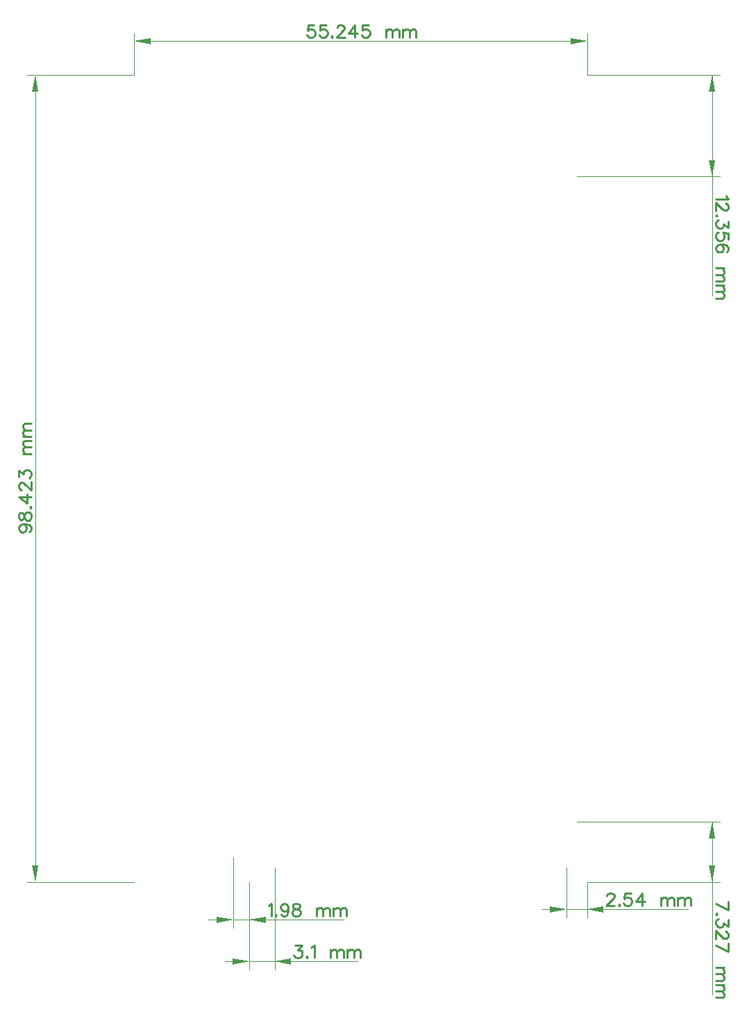
<source format=gbr>
G04 DipTrace 4.3.0.5*
G04 TopDimension.gbr*
%MOMM*%
G04 #@! TF.FileFunction,Drawing,Top*
G04 #@! TF.Part,Single*
%ADD15C,0.035*%
%ADD48C,0.23529*%
%FSLAX35Y35*%
G04*
G71*
G90*
G75*
G01*
G04 TopDimension*
%LPD*%
X-1714500Y9667700D2*
D15*
Y10183127D1*
X3810000Y9667700D2*
Y10183127D1*
X1047750Y10083127D2*
X-1514500D1*
G36*
X-1714500D2*
X-1514500Y10123127D1*
Y10043127D1*
X-1714500Y10083127D1*
G37*
X1047750D2*
D15*
X3610000D1*
G36*
X3810000D2*
X3610000Y10043127D1*
Y10123127D1*
X3810000Y10083127D1*
G37*
X3683000Y8432127D2*
D15*
X5434000D1*
X3810000Y9667700D2*
X5434000D1*
X5334000Y9049913D2*
Y8632127D1*
G36*
Y8432127D2*
X5294000Y8632127D1*
X5374000D1*
X5334000Y8432127D1*
G37*
Y9049913D2*
D15*
Y9467700D1*
G36*
Y9667700D2*
X5374000Y9467700D1*
X5294000D1*
X5334000Y9667700D1*
G37*
Y6981341D2*
D15*
Y9667700D1*
X3810000Y-174600D2*
Y-608000D1*
X3556000Y0D2*
Y-608000D1*
Y-508000D2*
X3810000D1*
X3256000D2*
X3356000D1*
G36*
X3556000D2*
X3356000Y-548000D1*
Y-468000D1*
X3556000Y-508000D1*
G37*
X4110000D2*
D15*
X4010000D1*
G36*
X3810000D2*
X4010000Y-468000D1*
Y-548000D1*
X3810000Y-508000D1*
G37*
X5042681D2*
D15*
X3810000D1*
X3683000Y558123D2*
X5434000D1*
X3810000Y-174600D2*
X5434000D1*
X5334000Y191762D2*
Y358123D1*
G36*
Y558123D2*
X5374000Y358123D1*
X5294000D1*
X5334000Y558123D1*
G37*
Y191762D2*
D15*
Y25400D1*
G36*
Y-174600D2*
X5294000Y25400D1*
X5374000D1*
X5334000Y-174600D1*
G37*
Y-1549183D2*
D15*
Y558123D1*
X-1714500Y-174600D2*
X-3021000D1*
X-1714500Y9667700D2*
X-3021000D1*
X-2921000Y4746550D2*
Y25400D1*
G36*
Y-174600D2*
X-2961000Y25400D1*
X-2881000D1*
X-2921000Y-174600D1*
G37*
Y4746550D2*
D15*
Y9467700D1*
G36*
Y9667700D2*
X-2881000Y9467700D1*
X-2961000D1*
X-2921000Y9667700D1*
G37*
X0Y0D2*
D15*
Y-1243000D1*
X-310000Y-174000D2*
Y-1243000D1*
Y-1143000D2*
X0D1*
X-610000D2*
X-510000D1*
G36*
X-310000D2*
X-510000Y-1183000D1*
Y-1103000D1*
X-310000Y-1143000D1*
G37*
X300000D2*
D15*
X200000D1*
G36*
X0D2*
X200000Y-1103000D1*
Y-1183000D1*
X0Y-1143000D1*
G37*
X1010759D2*
D15*
X0D1*
X-310000Y-174000D2*
Y-735000D1*
X-508000Y129500D2*
Y-735000D1*
Y-635000D2*
X-310000D1*
X-808000D2*
X-708000D1*
G36*
X-508000D2*
X-708000Y-675000D1*
Y-595000D1*
X-508000Y-635000D1*
G37*
X-10000D2*
D15*
X-110000D1*
G36*
X-310000D2*
X-110000Y-595000D1*
Y-675000D1*
X-310000Y-635000D1*
G37*
X842493D2*
D15*
X-310000D1*
X481459Y10282613D2*
D48*
X408684D1*
X401440Y10217081D1*
X408684Y10224325D1*
X430584Y10231737D1*
X452316D1*
X474216Y10224325D1*
X488872Y10209837D1*
X496116Y10187937D1*
Y10173450D1*
X488872Y10151550D1*
X474216Y10136893D1*
X452316Y10129650D1*
X430584D1*
X408684Y10136893D1*
X401440Y10144306D1*
X394028Y10158793D1*
X630606Y10282613D2*
X557831D1*
X550587Y10217081D1*
X557831Y10224325D1*
X579731Y10231737D1*
X601462D1*
X623362Y10224325D1*
X638018Y10209837D1*
X645262Y10187937D1*
Y10173450D1*
X638018Y10151550D1*
X623362Y10136893D1*
X601462Y10129650D1*
X579731D1*
X557831Y10136893D1*
X550587Y10144306D1*
X543174Y10158793D1*
X699565Y10144306D2*
X692321Y10136893D1*
X699565Y10129650D1*
X706977Y10136893D1*
X699565Y10144306D1*
X761448Y10246225D2*
Y10253469D1*
X768692Y10268125D1*
X775936Y10275369D1*
X790592Y10282613D1*
X819736D1*
X834224Y10275369D1*
X841467Y10268125D1*
X848880Y10253469D1*
Y10238981D1*
X841467Y10224325D1*
X826980Y10202593D1*
X754036Y10129650D1*
X856124D1*
X976126D2*
Y10282613D1*
X903182Y10180693D1*
X1012514D1*
X1147004Y10282613D2*
X1074229D1*
X1066985Y10217081D1*
X1074229Y10224325D1*
X1096129Y10231737D1*
X1117860D1*
X1139760Y10224325D1*
X1154417Y10209837D1*
X1161660Y10187937D1*
Y10173450D1*
X1154417Y10151550D1*
X1139760Y10136893D1*
X1117860Y10129650D1*
X1096129D1*
X1074229Y10136893D1*
X1066985Y10144306D1*
X1059573Y10158793D1*
X1356855Y10231737D2*
Y10129650D1*
Y10202593D2*
X1378755Y10224493D1*
X1393411Y10231737D1*
X1415143D1*
X1429799Y10224493D1*
X1437043Y10202593D1*
Y10129650D1*
Y10202593D2*
X1458943Y10224493D1*
X1473599Y10231737D1*
X1495330D1*
X1509987Y10224493D1*
X1517399Y10202593D1*
Y10129650D1*
X1564458Y10231737D2*
Y10129650D1*
Y10202593D2*
X1586358Y10224493D1*
X1601014Y10231737D1*
X1622745D1*
X1637402Y10224493D1*
X1644645Y10202593D1*
Y10129650D1*
Y10202593D2*
X1666545Y10224493D1*
X1681202Y10231737D1*
X1702933D1*
X1717589Y10224493D1*
X1725002Y10202593D1*
Y10129650D1*
X5504342Y8196833D2*
X5511755Y8182176D1*
X5533486Y8160276D1*
X5380523D1*
X5497098Y8105805D2*
X5504342D1*
X5518998Y8098561D1*
X5526242Y8091318D1*
X5533486Y8076661D1*
Y8047518D1*
X5526242Y8033030D1*
X5518998Y8025786D1*
X5504342Y8018374D1*
X5489855D1*
X5475198Y8025786D1*
X5453467Y8040274D1*
X5380523Y8113218D1*
Y8011130D1*
X5395179Y7956827D2*
X5387767Y7964071D1*
X5380523Y7956827D1*
X5387767Y7949415D1*
X5395179Y7956827D1*
X5533486Y7887700D2*
Y7807681D1*
X5475198Y7851312D1*
Y7829412D1*
X5467955Y7814925D1*
X5460711Y7807681D1*
X5438811Y7800268D1*
X5424323D1*
X5402423Y7807681D1*
X5387767Y7822168D1*
X5380523Y7844068D1*
Y7865968D1*
X5387767Y7887700D1*
X5395179Y7894944D1*
X5409667Y7902356D1*
X5533486Y7665778D2*
Y7738553D1*
X5467955Y7745797D1*
X5475198Y7738553D1*
X5482611Y7716653D1*
Y7694922D1*
X5475198Y7673022D1*
X5460711Y7658366D1*
X5438811Y7651122D1*
X5424323D1*
X5402423Y7658366D1*
X5387767Y7673022D1*
X5380523Y7694922D1*
Y7716653D1*
X5387767Y7738553D1*
X5395179Y7745797D1*
X5409667Y7753210D1*
X5511755Y7516632D2*
X5526242Y7523875D1*
X5533486Y7545775D1*
Y7560263D1*
X5526242Y7582163D1*
X5504342Y7596819D1*
X5467955Y7604063D1*
X5431567D1*
X5402423Y7596819D1*
X5387767Y7582163D1*
X5380523Y7560263D1*
Y7553019D1*
X5387767Y7531288D1*
X5402423Y7516632D1*
X5424323Y7509388D1*
X5431567D1*
X5453467Y7516632D1*
X5467955Y7531288D1*
X5475198Y7553019D1*
Y7560263D1*
X5467955Y7582163D1*
X5453467Y7596819D1*
X5431567Y7604063D1*
X5482611Y7314193D2*
X5380523D1*
X5453467D2*
X5475367Y7292293D1*
X5482611Y7277637D1*
Y7255905D1*
X5475367Y7241249D1*
X5453467Y7234005D1*
X5380523D1*
X5453467D2*
X5475367Y7212105D1*
X5482611Y7197449D1*
Y7175718D1*
X5475367Y7161062D1*
X5453467Y7153649D1*
X5380523D1*
X5482611Y7106590D2*
X5380523D1*
X5453467D2*
X5475367Y7084690D1*
X5482611Y7070034D1*
Y7048303D1*
X5475367Y7033647D1*
X5453467Y7026403D1*
X5380523D1*
X5453467D2*
X5475367Y7004503D1*
X5482611Y6989847D1*
Y6968115D1*
X5475367Y6953459D1*
X5453467Y6946047D1*
X5380523D1*
X4052706Y-344902D2*
Y-337658D1*
X4059950Y-323002D1*
X4067194Y-315758D1*
X4081850Y-308514D1*
X4110994D1*
X4125482Y-315758D1*
X4132726Y-323002D1*
X4140138Y-337658D1*
Y-352145D1*
X4132726Y-366802D1*
X4118238Y-388533D1*
X4045294Y-461477D1*
X4147382D1*
X4201684Y-446821D2*
X4194441Y-454233D1*
X4201684Y-461477D1*
X4209097Y-454233D1*
X4201684Y-446821D1*
X4343587Y-308514D2*
X4270812D1*
X4263568Y-374045D1*
X4270812Y-366802D1*
X4292712Y-359389D1*
X4314443D1*
X4336343Y-366802D1*
X4350999Y-381289D1*
X4358243Y-403189D1*
Y-417677D1*
X4350999Y-439577D1*
X4336343Y-454233D1*
X4314443Y-461477D1*
X4292712D1*
X4270812Y-454233D1*
X4263568Y-446821D1*
X4256156Y-432333D1*
X4478246Y-461477D2*
Y-308514D1*
X4405302Y-410433D1*
X4514634D1*
X4709828Y-359389D2*
Y-461477D1*
Y-388533D2*
X4731728Y-366633D1*
X4746384Y-359389D1*
X4768116D1*
X4782772Y-366633D1*
X4790016Y-388533D1*
Y-461477D1*
Y-388533D2*
X4811916Y-366633D1*
X4826572Y-359389D1*
X4848304D1*
X4862960Y-366633D1*
X4870372Y-388533D1*
Y-461477D1*
X4917431Y-359389D2*
Y-461477D1*
Y-388533D2*
X4939331Y-366633D1*
X4953987Y-359389D1*
X4975719D1*
X4990375Y-366633D1*
X4997619Y-388533D1*
Y-461477D1*
Y-388533D2*
X5019519Y-366633D1*
X5034175Y-359389D1*
X5055906D1*
X5070562Y-366633D1*
X5077975Y-388533D1*
Y-461477D1*
X5380523Y-439038D2*
X5533486Y-511982D1*
Y-409894D1*
X5395179Y-566284D2*
X5387767Y-559041D1*
X5380523Y-566284D1*
X5387767Y-573697D1*
X5395179Y-566284D1*
X5533486Y-635412D2*
Y-715431D1*
X5475198Y-671799D1*
Y-693699D1*
X5467955Y-708187D1*
X5460711Y-715431D1*
X5438811Y-722843D1*
X5424323D1*
X5402423Y-715431D1*
X5387767Y-700943D1*
X5380523Y-679043D1*
Y-657143D1*
X5387767Y-635412D1*
X5395179Y-628168D1*
X5409667Y-620756D1*
X5497098Y-777314D2*
X5504342D1*
X5518998Y-784558D1*
X5526242Y-791802D1*
X5533486Y-806458D1*
Y-835602D1*
X5526242Y-850090D1*
X5518998Y-857334D1*
X5504342Y-864746D1*
X5489855D1*
X5475198Y-857334D1*
X5453467Y-842846D1*
X5380523Y-769902D1*
Y-871990D1*
Y-948192D2*
X5533486Y-1021136D1*
Y-919049D1*
X5482611Y-1216331D2*
X5380523D1*
X5453467D2*
X5475367Y-1238231D1*
X5482611Y-1252887D1*
Y-1274619D1*
X5475367Y-1289275D1*
X5453467Y-1296519D1*
X5380523D1*
X5453467D2*
X5475367Y-1318419D1*
X5482611Y-1333075D1*
Y-1354806D1*
X5475367Y-1369462D1*
X5453467Y-1376875D1*
X5380523D1*
X5482611Y-1423934D2*
X5380523D1*
X5453467D2*
X5475367Y-1445834D1*
X5482611Y-1460490D1*
Y-1482221D1*
X5475367Y-1496877D1*
X5453467Y-1504121D1*
X5380523D1*
X5453467D2*
X5475367Y-1526021D1*
X5482611Y-1540677D1*
Y-1562409D1*
X5475367Y-1577065D1*
X5453467Y-1584477D1*
X5380523D1*
X-3069611Y4191378D2*
X-3047711Y4183966D1*
X-3033055Y4169478D1*
X-3025811Y4147578D1*
Y4140334D1*
X-3033055Y4118434D1*
X-3047711Y4103946D1*
X-3069611Y4096534D1*
X-3076855D1*
X-3098755Y4103946D1*
X-3113242Y4118434D1*
X-3120486Y4140334D1*
Y4147578D1*
X-3113242Y4169478D1*
X-3098755Y4183966D1*
X-3069611Y4191378D1*
X-3033055D1*
X-2996667Y4183966D1*
X-2974767Y4169478D1*
X-2967523Y4147578D1*
Y4133090D1*
X-2974767Y4111190D1*
X-2989423Y4103946D1*
X-3120486Y4274824D2*
X-3113242Y4253093D1*
X-3098755Y4245681D1*
X-3084098D1*
X-3069611Y4253093D1*
X-3062198Y4267581D1*
X-3054955Y4296724D1*
X-3047711Y4318624D1*
X-3033055Y4333112D1*
X-3018567Y4340356D1*
X-2996667D1*
X-2982179Y4333112D1*
X-2974767Y4325868D1*
X-2967523Y4303968D1*
Y4274824D1*
X-2974767Y4253093D1*
X-2982179Y4245681D1*
X-2996667Y4238437D1*
X-3018567D1*
X-3033055Y4245681D1*
X-3047711Y4260337D1*
X-3054955Y4282068D1*
X-3062198Y4311212D1*
X-3069611Y4325868D1*
X-3084098Y4333112D1*
X-3098755D1*
X-3113242Y4325868D1*
X-3120486Y4303968D1*
Y4274824D1*
X-2982179Y4394659D2*
X-2974767Y4387415D1*
X-2967523Y4394659D1*
X-2974767Y4402071D1*
X-2982179Y4394659D1*
X-2967523Y4522074D2*
X-3120486D1*
X-3018567Y4449130D1*
Y4558461D1*
X-3084098Y4612932D2*
X-3091342D1*
X-3105998Y4620176D1*
X-3113242Y4627420D1*
X-3120486Y4642076D1*
Y4671220D1*
X-3113242Y4685708D1*
X-3105998Y4692952D1*
X-3091342Y4700364D1*
X-3076855D1*
X-3062198Y4692952D1*
X-3040467Y4678464D1*
X-2967523Y4605520D1*
Y4707608D1*
X-3120486Y4769323D2*
Y4849342D1*
X-3062198Y4805710D1*
Y4827610D1*
X-3054955Y4842098D1*
X-3047711Y4849342D1*
X-3025811Y4856754D1*
X-3011323D1*
X-2989423Y4849342D1*
X-2974767Y4834854D1*
X-2967523Y4812954D1*
Y4791054D1*
X-2974767Y4769323D1*
X-2982179Y4762079D1*
X-2996667Y4754667D1*
X-3069611Y5051949D2*
X-2967523D1*
X-3040467D2*
X-3062367Y5073849D1*
X-3069611Y5088505D1*
Y5110237D1*
X-3062367Y5124893D1*
X-3040467Y5132137D1*
X-2967523D1*
X-3040467D2*
X-3062367Y5154037D1*
X-3069611Y5168693D1*
Y5190424D1*
X-3062367Y5205080D1*
X-3040467Y5212493D1*
X-2967523D1*
X-3069611Y5259552D2*
X-2967523D1*
X-3040467D2*
X-3062367Y5281452D1*
X-3069611Y5296108D1*
Y5317839D1*
X-3062367Y5332495D1*
X-3040467Y5339739D1*
X-2967523D1*
X-3040467D2*
X-3062367Y5361639D1*
X-3069611Y5376295D1*
Y5398027D1*
X-3062367Y5412683D1*
X-3040467Y5420095D1*
X-2967523D1*
X249950Y-943514D2*
X329970D1*
X286338Y-1001802D1*
X308238D1*
X322726Y-1009045D1*
X329970Y-1016289D1*
X337382Y-1038189D1*
Y-1052677D1*
X329970Y-1074577D1*
X315482Y-1089233D1*
X293582Y-1096477D1*
X271682D1*
X249950Y-1089233D1*
X242706Y-1081821D1*
X235294Y-1067333D1*
X391684Y-1081821D2*
X384441Y-1089233D1*
X391684Y-1096477D1*
X399097Y-1089233D1*
X391684Y-1081821D1*
X446156Y-972658D2*
X460812Y-965245D1*
X482712Y-943514D1*
Y-1096477D1*
X677906Y-994389D2*
Y-1096477D1*
Y-1023533D2*
X699806Y-1001633D1*
X714462Y-994389D1*
X736194D1*
X750850Y-1001633D1*
X758094Y-1023533D1*
Y-1096477D1*
Y-1023533D2*
X779994Y-1001633D1*
X794650Y-994389D1*
X816382D1*
X831038Y-1001633D1*
X838450Y-1023533D1*
Y-1096477D1*
X885509Y-994389D2*
Y-1096477D1*
Y-1023533D2*
X907409Y-1001633D1*
X922065Y-994389D1*
X943797D1*
X958453Y-1001633D1*
X965697Y-1023533D1*
Y-1096477D1*
Y-1023533D2*
X987597Y-1001633D1*
X1002253Y-994389D1*
X1023984D1*
X1038641Y-1001633D1*
X1046053Y-1023533D1*
Y-1096477D1*
X-74706Y-464658D2*
X-60050Y-457245D1*
X-38150Y-435514D1*
Y-588477D1*
X16153Y-573821D2*
X8909Y-581233D1*
X16153Y-588477D1*
X23565Y-581233D1*
X16153Y-573821D1*
X165468Y-486389D2*
X158056Y-508289D1*
X143568Y-522945D1*
X121668Y-530189D1*
X114424D1*
X92524Y-522945D1*
X78036Y-508289D1*
X70624Y-486389D1*
Y-479145D1*
X78036Y-457245D1*
X92524Y-442758D1*
X114424Y-435514D1*
X121668D1*
X143568Y-442758D1*
X158056Y-457245D1*
X165468Y-486389D1*
Y-522945D1*
X158056Y-559333D1*
X143568Y-581233D1*
X121668Y-588477D1*
X107180D1*
X85280Y-581233D1*
X78036Y-566577D1*
X248914Y-435514D2*
X227183Y-442758D1*
X219771Y-457245D1*
Y-471902D1*
X227183Y-486389D1*
X241671Y-493802D1*
X270814Y-501045D1*
X292714Y-508289D1*
X307202Y-522945D1*
X314446Y-537433D1*
Y-559333D1*
X307202Y-573821D1*
X299958Y-581233D1*
X278058Y-588477D1*
X248914D1*
X227183Y-581233D1*
X219771Y-573821D1*
X212527Y-559333D1*
Y-537433D1*
X219771Y-522945D1*
X234427Y-508289D1*
X256158Y-501045D1*
X285302Y-493802D1*
X299958Y-486389D1*
X307202Y-471902D1*
Y-457245D1*
X299958Y-442758D1*
X278058Y-435514D1*
X248914D1*
X509641Y-486389D2*
Y-588477D1*
Y-515533D2*
X531541Y-493633D1*
X546197Y-486389D1*
X567928D1*
X582584Y-493633D1*
X589828Y-515533D1*
Y-588477D1*
Y-515533D2*
X611728Y-493633D1*
X626384Y-486389D1*
X648116D1*
X662772Y-493633D1*
X670184Y-515533D1*
Y-588477D1*
X717243Y-486389D2*
Y-588477D1*
Y-515533D2*
X739143Y-493633D1*
X753799Y-486389D1*
X775531D1*
X790187Y-493633D1*
X797431Y-515533D1*
Y-588477D1*
Y-515533D2*
X819331Y-493633D1*
X833987Y-486389D1*
X855719D1*
X870375Y-493633D1*
X877787Y-515533D1*
Y-588477D1*
M02*

</source>
